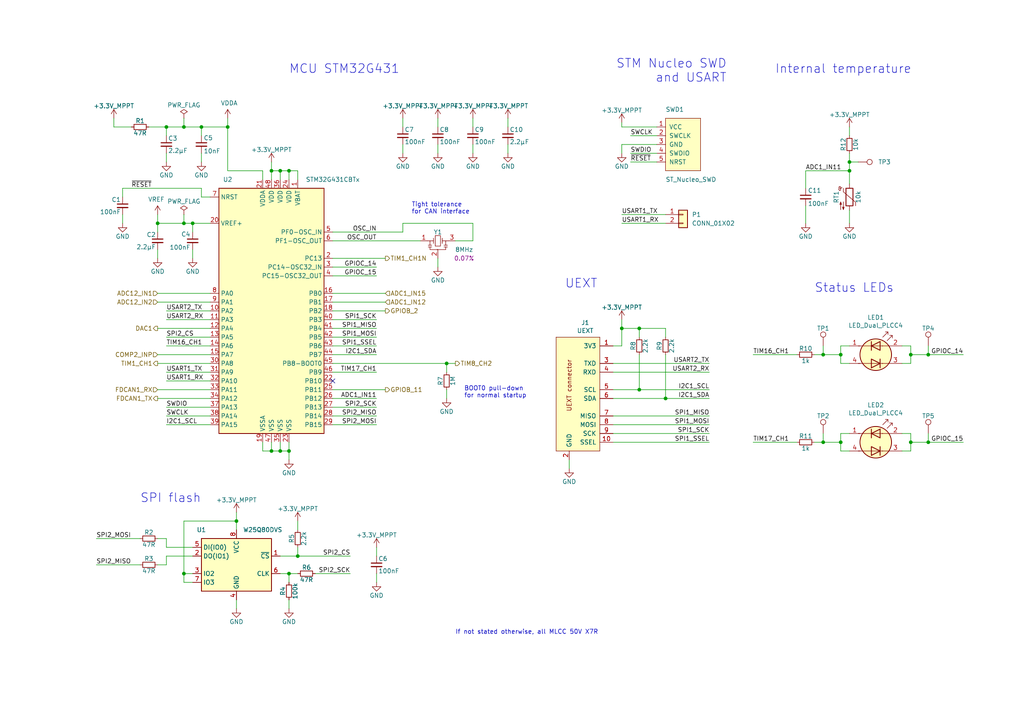
<source format=kicad_sch>
(kicad_sch (version 20250114) (generator "eeschema") (generator_version "9.0")
  (paper "A4")
  (lib_symbols
    (symbol "Connector:TestPoint" (pin_numbers (hide yes)) (pin_names (offset 0.762) (hide yes))
      (property "Reference" "TP" (at 0 6.858 0))
      (property "Value" "TestPoint" (at 0 5.08 0))
      (symbol "TestPoint_0_1"
        (circle (center 0 3.302) (radius 0.762))
      )
      (symbol "TestPoint_1_1"
        (pin passive line (at 0 0 90) (length 2.54) (name "1") (number "1"))
      )
    )
    (symbol "Connector_Generic:Conn_01x02" (pin_names (offset 1.016) (hide yes))
      (property "Reference" "J" (at 0 2.54 0))
      (property "Value" "Conn_01x02" (at 0 -5.08 0))
      (symbol "Conn_01x02_1_1"
        (rectangle (start -1.27 1.27) (end 1.27 -3.81) (stroke (width 0.254)) (fill (type background)))
        (rectangle (start -1.27 0.127) (end 0 -0.127) (stroke (width 0.1524)))
        (rectangle (start -1.27 -2.413) (end 0 -2.667) (stroke (width 0.1524)))
        (pin passive line (at -5.08 0 0) (length 3.81) (name "Pin_1") (number "1"))
        (pin passive line (at -5.08 -2.54 0) (length 3.81) (name "Pin_2") (number "2"))
      )
    )
    (symbol "Device:Thermistor_NTC" (pin_numbers (hide yes)) (pin_names (offset 0))
      (property "Reference" "TH" (at -4.445 0 90))
      (property "Value" "Thermistor_NTC" (at 3.175 0 90))
      (symbol "Thermistor_NTC_0_1"
        (arc (start -3.175 2.413) (mid -3.0506 2.3165) (end -3.048 2.159))
        (arc (start -3.048 2.794) (mid -2.9736 2.9736) (end -2.794 3.048))
        (arc (start -2.794 3.048) (mid -2.6144 2.9736) (end -2.54 2.794))
        (arc (start -2.794 2.54) (mid -2.9736 2.6144) (end -3.048 2.794))
        (arc (start -2.794 1.905) (mid -2.9736 1.9794) (end -3.048 2.159))
        (arc (start -2.54 2.159) (mid -2.6144 1.9794) (end -2.794 1.905))
        (arc (start -2.159 2.794) (mid -2.434 2.5608) (end -2.794 2.54))
        (polyline (pts (xy -2.54 2.159) (xy -2.54 2.794)))
        (polyline (pts (xy -2.54 -3.683) (xy -2.54 -1.397) (xy -2.794 -2.159) (xy -2.286 -2.159) (xy -2.54 -1.397) (xy -2.54 -1.651)) (fill (type outline)))
        (polyline (pts (xy -1.778 2.54) (xy -1.778 1.524) (xy 1.778 -1.524) (xy 1.778 -2.54)))
        (polyline (pts (xy -1.778 -1.397) (xy -1.778 -3.683) (xy -2.032 -2.921) (xy -1.524 -2.921) (xy -1.778 -3.683) (xy -1.778 -3.429)) (fill (type outline)))
        (rectangle (start -1.016 2.54) (end 1.016 -2.54) (stroke (width 0.254)))
      )
      (symbol "Thermistor_NTC_1_1"
        (pin passive line (at 0 3.81 270) (length 1.27) (name "~") (number "1"))
        (pin passive line (at 0 -3.81 90) (length 1.27) (name "~") (number "2"))
      )
    )
    (symbol "LibreSolar:LED_Dual_CACA_BackToBack" (pin_names (offset 0) (hide yes))
      (property "Reference" "D" (at 0 5.715 0))
      (property "Value" "LED_Dual_CACA_BackToBack" (at 0 -6.35 0))
      (symbol "LED_Dual_CACA_BackToBack_0_1"
        (polyline (pts (xy -5.08 2.54) (xy 2.032 2.54)))
        (polyline (pts (xy -5.08 -2.54) (xy 2.032 -2.54)))
        (polyline (pts (xy -1.27 3.81) (xy -1.27 1.27)) (stroke (width 0.254)))
        (polyline (pts (xy -1.27 -3.81) (xy -1.27 -1.27) (xy 1.27 -2.54) (xy -1.27 -3.81)) (stroke (width 0.254)))
        (circle (center 0 0) (radius 4.572) (stroke (width 0.254)) (fill (type background)))
        (polyline (pts (xy 1.27 3.81) (xy 1.27 1.27) (xy -1.27 2.54) (xy 1.27 3.81)) (stroke (width 0.254)))
        (polyline (pts (xy 1.27 -1.27) (xy 1.27 -3.81)) (stroke (width 0.254)))
        (polyline (pts (xy 2.032 5.08) (xy 3.556 6.604) (xy 2.794 6.604) (xy 3.556 6.604) (xy 3.556 5.842)))
        (polyline (pts (xy 3.302 4.064) (xy 4.826 5.588) (xy 4.064 5.588) (xy 4.826 5.588) (xy 4.826 4.826)))
        (polyline (pts (xy 3.81 2.54) (xy 1.905 2.54)))
        (polyline (pts (xy 3.81 -2.54) (xy 1.905 -2.54)))
      )
      (symbol "LED_Dual_CACA_BackToBack_1_1"
        (pin input line (at -7.62 2.54 0) (length 3.048) (name "A1") (number "1"))
        (pin input line (at -7.62 -2.54 0) (length 3.048) (name "K2") (number "4"))
        (pin input line (at 7.62 2.54 180) (length 3.81) (name "K1") (number "2"))
        (pin input line (at 7.62 -2.54 180) (length 3.81) (name "A2") (number "3"))
      )
    )
    (symbol "LibreSolar:STM32G431CBTx"
      (property "Reference" "U" (at -15.24 36.83 0))
      (property "Value" "STM32G431CBTx" (at 10.16 38.1 0))
      (symbol "STM32G431CBTx_0_1"
        (rectangle (start -15.24 -35.56) (end 15.24 35.56) (stroke (width 0.254)) (fill (type background)))
      )
      (symbol "STM32G431CBTx_1_1"
        (pin input line (at -17.78 22.86 0) (length 2.54) (name "PF0-OSC_IN") (number "5"))
        (pin input line (at -17.78 20.32 0) (length 2.54) (name "PF1-OSC_OUT") (number "6"))
        (pin bidirectional line (at -17.78 15.24 0) (length 2.54) (name "PC13") (number "2"))
        (pin bidirectional line (at -17.78 12.7 0) (length 2.54) (name "PC14-OSC32_IN") (number "3"))
        (pin bidirectional line (at -17.78 10.16 0) (length 2.54) (name "PC15-OSC32_OUT") (number "4"))
        (pin bidirectional line (at -17.78 5.08 0) (length 2.54) (name "PB0") (number "16"))
        (pin bidirectional line (at -17.78 2.54 0) (length 2.54) (name "PB1") (number "17"))
        (pin bidirectional line (at -17.78 0 0) (length 2.54) (name "PB2") (number "18"))
        (pin bidirectional line (at -17.78 -2.54 0) (length 2.54) (name "PB3") (number "40"))
        (pin bidirectional line (at -17.78 -5.08 0) (length 2.54) (name "PB4") (number "41"))
        (pin bidirectional line (at -17.78 -7.62 0) (length 2.54) (name "PB5") (number "42"))
        (pin bidirectional line (at -17.78 -10.16 0) (length 2.54) (name "PB6") (number "43"))
        (pin bidirectional line (at -17.78 -12.7 0) (length 2.54) (name "PB7") (number "44"))
        (pin input line (at -17.78 -15.24 0) (length 2.54) (name "PB8-BOOT0") (number "45"))
        (pin bidirectional line (at -17.78 -17.78 0) (length 2.54) (name "PB9") (number "46"))
        (pin bidirectional line (at -17.78 -20.32 0) (length 2.54) (name "PB10") (number "22"))
        (pin bidirectional line (at -17.78 -22.86 0) (length 2.54) (name "PB11") (number "25"))
        (pin bidirectional line (at -17.78 -25.4 0) (length 2.54) (name "PB12") (number "26"))
        (pin bidirectional line (at -17.78 -27.94 0) (length 2.54) (name "PB13") (number "27"))
        (pin bidirectional line (at -17.78 -30.48 0) (length 2.54) (name "PB14") (number "28"))
        (pin bidirectional line (at -17.78 -33.02 0) (length 2.54) (name "PB15") (number "29"))
        (pin power_in line (at -7.62 38.1 270) (length 2.54) (name "VBAT") (number "1"))
        (pin power_in line (at -5.08 38.1 270) (length 2.54) (name "VDD") (number "24"))
        (pin power_in line (at -5.08 -38.1 90) (length 2.54) (name "VSS") (number "23"))
        (pin power_in line (at -2.54 38.1 270) (length 2.54) (name "VDD") (number "36"))
        (pin power_in line (at -2.54 -38.1 90) (length 2.54) (name "VSS") (number "35"))
        (pin power_in line (at 0 38.1 270) (length 2.54) (name "VDD") (number "48"))
        (pin power_in line (at 0 -38.1 90) (length 2.54) (name "VSS") (number "47"))
        (pin power_in line (at 2.54 38.1 270) (length 2.54) (name "VDDA") (number "21"))
        (pin power_in line (at 2.54 -38.1 90) (length 2.54) (name "VSSA") (number "19"))
        (pin input line (at 17.78 33.02 180) (length 2.54) (name "NRST") (number "7"))
        (pin power_in line (at 17.78 25.4 180) (length 2.54) (name "VREF+") (number "20"))
        (pin bidirectional line (at 17.78 5.08 180) (length 2.54) (name "PA0") (number "8"))
        (pin bidirectional line (at 17.78 2.54 180) (length 2.54) (name "PA1") (number "9"))
        (pin bidirectional line (at 17.78 0 180) (length 2.54) (name "PA2") (number "10"))
        (pin bidirectional line (at 17.78 -2.54 180) (length 2.54) (name "PA3") (number "11"))
        (pin bidirectional line (at 17.78 -5.08 180) (length 2.54) (name "PA4") (number "12"))
        (pin bidirectional line (at 17.78 -7.62 180) (length 2.54) (name "PA5") (number "13"))
        (pin bidirectional line (at 17.78 -10.16 180) (length 2.54) (name "PA6") (number "14"))
        (pin bidirectional line (at 17.78 -12.7 180) (length 2.54) (name "PA7") (number "15"))
        (pin bidirectional line (at 17.78 -15.24 180) (length 2.54) (name "PA8") (number "30"))
        (pin bidirectional line (at 17.78 -17.78 180) (length 2.54) (name "PA9") (number "31"))
        (pin bidirectional line (at 17.78 -20.32 180) (length 2.54) (name "PA10") (number "32"))
        (pin bidirectional line (at 17.78 -22.86 180) (length 2.54) (name "PA11") (number "33"))
        (pin bidirectional line (at 17.78 -25.4 180) (length 2.54) (name "PA12") (number "34"))
        (pin bidirectional line (at 17.78 -27.94 180) (length 2.54) (name "PA13") (number "37"))
        (pin bidirectional line (at 17.78 -30.48 180) (length 2.54) (name "PA14") (number "38"))
        (pin bidirectional line (at 17.78 -33.02 180) (length 2.54) (name "PA15") (number "39"))
      )
    )
    (symbol "LibreSolar:ST_Nucleo_SWD_5p" (pin_names (offset 1.016))
      (property "Reference" "J" (at 0 8.89 0))
      (property "Value" "ST_Nucleo_SWD_5p" (at 0 -8.89 0))
      (symbol "ST_Nucleo_SWD_5p_0_1"
        (rectangle (start -5.08 7.62) (end 5.08 -7.62) (fill (type background)))
      )
      (symbol "ST_Nucleo_SWD_5p_1_1"
        (pin passive line (at -7.62 5.08 0) (length 2.54) (name "VCC") (number "1"))
        (pin passive line (at -7.62 2.54 0) (length 2.54) (name "SWCLK") (number "2"))
        (pin passive line (at -7.62 0 0) (length 2.54) (name "GND") (number "3"))
        (pin passive line (at -7.62 -2.54 0) (length 2.54) (name "SWDIO") (number "4"))
        (pin passive line (at -7.62 -5.08 0) (length 2.54) (name "NRST") (number "5"))
      )
    )
    (symbol "LibreSolar:VREF" (power) (pin_names (offset 0))
      (property "Value" "VREF" (at 0 3.81 0))
      (symbol "VREF_0_1"
        (polyline (pts (xy -0.762 1.27) (xy 0 2.54)))
        (polyline (pts (xy 0 2.54) (xy 0.762 1.27)))
        (polyline (pts (xy 0 0) (xy 0 2.54)))
      )
      (symbol "VREF_1_1"
        (pin power_in line (at 0 0 90) (length 0) (hide yes) (name "VREF") (number "1"))
      )
    )
    (symbol "Project:C" (pin_numbers (hide yes)) (pin_names (offset 0.254) (hide yes))
      (property "Reference" "C" (at 0.635 1.905 0))
      (property "Value" "C" (at 0.635 -1.905 0))
      (symbol "C_0_1"
        (polyline (pts (xy -1.524 0.508) (xy 0 0.508) (xy 1.524 0.508)) (stroke (width 0.3048)))
        (polyline (pts (xy -1.524 -0.508) (xy 1.524 -0.508)) (stroke (width 0.3302)))
      )
      (symbol "C_1_1"
        (pin passive line (at 0 2.54 270) (length 1.905) (name "~") (number "1"))
        (pin passive line (at 0 -2.54 90) (length 2.032) (name "~") (number "2"))
      )
    )
    (symbol "Project:R" (pin_numbers (hide yes)) (pin_names (offset 0.254) (hide yes))
      (property "Reference" "R" (at -1.905 0 90))
      (property "Value" "R" (at 1.905 0 90))
      (symbol "R_0_1"
        (rectangle (start -0.762 1.778) (end 0.762 -1.778) (stroke (width 0.2032)))
      )
      (symbol "R_1_1"
        (pin passive line (at 0 2.54 270) (length 0.762) (name "~") (number "1"))
        (pin passive line (at 0 -2.54 90) (length 0.762) (name "~") (number "2"))
      )
    )
    (symbol "Project:Resonator" (pin_names (offset 1.016) (hide yes))
      (property "Reference" "Y" (at 0 2.54 0))
      (property "Value" "Resonator" (at 1.016 -4.572 0))
      (symbol "Resonator_0_1"
        (polyline (pts (xy -3.048 0) (xy -1.27 0)))
        (polyline (pts (xy -2.794 -1.778) (xy -1.778 -1.778)))
        (polyline (pts (xy -2.286 0) (xy -2.286 -1.27)))
        (polyline (pts (xy -2.286 -1.778) (xy -2.286 -2.54) (xy 0 -2.54)))
        (polyline (pts (xy -1.27 -0.762) (xy -1.27 0.762)))
        (rectangle (start -0.762 -1.524) (end 0.762 1.524))
        (polyline (pts (xy 1.27 0) (xy 3.048 0)))
        (polyline (pts (xy 1.27 -0.762) (xy 1.27 0.762)))
        (polyline (pts (xy 1.778 -1.27) (xy 2.794 -1.27)))
        (polyline (pts (xy 1.778 -1.778) (xy 2.794 -1.778)))
        (polyline (pts (xy 2.286 0) (xy 2.286 -1.27)))
        (polyline (pts (xy 2.286 -1.778) (xy 2.286 -2.54) (xy -0.254 -2.54)))
      )
      (symbol "Resonator_1_1"
        (polyline (pts (xy -2.794 -1.27) (xy -1.778 -1.27)))
        (pin passive line (at -5.08 0 0) (length 2.032) (name "1") (number "1"))
        (pin input line (at 0 -5.08 90) (length 2.54) (name "2") (number "2"))
        (pin passive line (at 5.08 0 180) (length 2.032) (name "3") (number "3"))
      )
    )
    (symbol "Project:UEXT" (pin_names (offset 1.016))
      (property "Reference" "J" (at -6.35 19.05 0))
      (property "Value" "UEXT" (at 6.35 19.05 0))
      (symbol "UEXT_0_0"
        (text "UEXT connector" (at -2.54 3.81 900) (effects (font (size 1.27 1.27))))
        (pin passive line (at 10.16 7.62 180) (length 3.81) (name "RXD") (number "4"))
      )
      (symbol "UEXT_0_1"
        (rectangle (start -6.35 17.78) (end 6.35 -15.24) (fill (type background)))
      )
      (symbol "UEXT_1_1"
        (pin passive line (at -2.54 -17.78 90) (length 2.54) (name "GND") (number "2"))
        (pin passive line (at 10.16 15.24 180) (length 3.81) (name "3V3") (number "1"))
        (pin passive line (at 10.16 10.16 180) (length 3.81) (name "TXD") (number "3"))
        (pin passive line (at 10.16 2.54 180) (length 3.81) (name "SCL") (number "5"))
        (pin passive line (at 10.16 0 180) (length 3.81) (name "SDA") (number "6"))
        (pin passive line (at 10.16 -5.08 180) (length 3.81) (name "MISO") (number "7"))
        (pin passive line (at 10.16 -7.62 180) (length 3.81) (name "MOSI") (number "8"))
        (pin passive line (at 10.16 -10.16 180) (length 3.81) (name "SCK") (number "9"))
        (pin passive line (at 10.16 -12.7 180) (length 3.81) (name "SSEL") (number "10"))
      )
    )
    (symbol "mppt-2420-hc-rescue:+3.3V-power" (power) (pin_names (offset 0))
      (property "Value" "power_+3.3V" (at 0 3.556 0))
      (symbol "+3.3V-power_0_1"
        (polyline (pts (xy -0.762 1.27) (xy 0 2.54)))
        (polyline (pts (xy 0 2.54) (xy 0.762 1.27)))
        (polyline (pts (xy 0 0) (xy 0 2.54)))
      )
      (symbol "+3.3V-power_1_1"
        (pin power_in line (at 0 0 90) (length 0) (hide yes) (name "+3V3") (number "1"))
      )
    )
    (symbol "mppt-2420-hc-rescue:GND-power" (power) (pin_names (offset 0))
      (property "Value" "power_GND" (at 0 -3.81 0))
      (symbol "GND-power_0_1"
        (polyline (pts (xy 0 0) (xy 0 -1.27) (xy 1.27 -1.27) (xy 0 -2.54) (xy -1.27 -1.27) (xy 0 -1.27)))
      )
      (symbol "GND-power_1_1"
        (pin power_in line (at 0 0 270) (length 0) (hide yes) (name "GND") (number "1"))
      )
    )
    (symbol "mppt-2420-hc-rescue:PWR_FLAG-power" (power) (pin_numbers (hide yes)) (pin_names (offset 0) (hide yes))
      (property "Value" "power_PWR_FLAG" (at 0 3.81 0))
      (symbol "PWR_FLAG-power_0_0"
        (pin power_out line (at 0 0 90) (length 0) (name "pwr") (number "1"))
      )
      (symbol "PWR_FLAG-power_0_1"
        (polyline (pts (xy 0 0) (xy 0 1.27) (xy -1.016 1.905) (xy 0 2.54) (xy 1.016 1.905) (xy 0 1.27)))
      )
    )
    (symbol "mppt-2420-hc-rescue:VDDA-power" (power) (pin_names (offset 0))
      (property "Value" "power_VDDA" (at 0 3.81 0))
      (symbol "VDDA-power_0_1"
        (polyline (pts (xy -0.762 1.27) (xy 0 2.54)))
        (polyline (pts (xy 0 2.54) (xy 0.762 1.27)))
        (polyline (pts (xy 0 0) (xy 0 2.54)))
      )
      (symbol "VDDA-power_1_1"
        (pin power_in line (at 0 0 90) (length 0) (hide yes) (name "VDDA") (number "1"))
      )
    )
    (symbol "mppt-2420-hc-rescue:W25Q128JVS-Memory_Flash"
      (property "Reference" "U" (at -8.89 8.89 0))
      (property "Value" "Memory_Flash_W25Q128JVS" (at 7.62 8.89 0))
      (symbol "W25Q128JVS-Memory_Flash_0_1"
        (rectangle (start -10.16 7.62) (end 10.16 -7.62) (stroke (width 0.254)) (fill (type background)))
      )
      (symbol "W25Q128JVS-Memory_Flash_1_1"
        (pin input line (at -12.7 2.54 0) (length 2.54) (name "~{CS}") (number "1"))
        (pin input line (at -12.7 -2.54 0) (length 2.54) (name "CLK") (number "6"))
        (pin power_in line (at 0 10.16 270) (length 2.54) (name "VCC") (number "8"))
        (pin power_in line (at 0 -10.16 90) (length 2.54) (name "GND") (number "4"))
        (pin bidirectional line (at 12.7 5.08 180) (length 2.54) (name "DI(IO0)") (number "5"))
        (pin bidirectional line (at 12.7 2.54 180) (length 2.54) (name "DO(IO1)") (number "2"))
        (pin bidirectional line (at 12.7 -2.54 180) (length 2.54) (name "IO2") (number "3"))
        (pin bidirectional line (at 12.7 -5.08 180) (length 2.54) (name "IO3") (number "7"))
      )
    )
  )
  (text "MCU STM32G431" (at 83.82 21.59 0) (effects (font (size 2.54 2.54)) (justify left bottom)))
  (text "SPI flash" (at 40.64 146.05 0) (effects (font (size 2.54 2.54)) (justify left bottom)))
  (text "If not stated otherwise, all MLCC 50V X7R" (at 132.08 184.15 0) (effects (font (size 1.27 1.27)) (justify left bottom)))
  (text "Status LEDs" (at 236.22 85.09 0) (effects (font (size 2.54 2.54)) (justify left bottom)))
  (text "Internal temperature" (at 224.79 21.59 0) (effects (font (size 2.54 2.54)) (justify left bottom)))
  (text "Tight tolerance\nfor CAN interface" (at 119.38 62.23 0) (effects (font (size 1.27 1.27)) (justify left bottom)))
  (text "BOOT0 pull-down\nfor normal startup" (at 134.62 115.57 0) (effects (font (size 1.27 1.27)) (justify left bottom)))
  (text "UEXT" (at 163.83 83.82 0) (effects (font (size 2.54 2.54)) (justify left bottom)))
  (text "STM Nucleo SWD\nand USART" (at 210.82 24.13 0) (effects (font (size 2.54 2.54)) (justify right bottom)))
  (junction (at 246.38 49.53))
  (junction (at 86.36 161.29))
  (junction (at 45.72 64.77))
  (junction (at 83.82 166.37))
  (junction (at 180.34 95.25))
  (junction (at 269.24 102.87))
  (junction (at 48.26 36.83))
  (junction (at 58.42 36.83))
  (junction (at 78.74 130.81))
  (junction (at 53.34 64.77))
  (junction (at 246.38 46.99))
  (junction (at 185.42 113.03))
  (junction (at 53.34 166.37))
  (junction (at 243.84 102.87))
  (junction (at 129.54 105.41))
  (junction (at 185.42 95.25))
  (junction (at 78.74 49.53))
  (junction (at 66.04 36.83))
  (junction (at 81.28 130.81))
  (junction (at 264.16 102.87))
  (junction (at 238.76 102.87))
  (junction (at 269.24 128.27))
  (junction (at 55.88 64.77))
  (junction (at 238.76 128.27))
  (junction (at 68.58 151.13))
  (junction (at 264.16 128.27))
  (junction (at 53.34 36.83))
  (junction (at 81.28 49.53))
  (junction (at 193.04 115.57))
  (junction (at 83.82 130.81))
  (junction (at 243.84 128.27))
  (junction (at 83.82 49.53))
  (no_connect (at 96.52 110.49))
  (wire (pts (xy 116.84 64.77) (xy 137.16 64.77)))
  (wire (pts (xy 177.8 125.73) (xy 205.74 125.73)))
  (wire (pts (xy 109.22 158.75) (xy 109.22 161.29)))
  (wire (pts (xy 81.28 49.53) (xy 81.28 52.07)))
  (wire (pts (xy 48.26 44.45) (xy 48.26 46.99)))
  (wire (pts (xy 180.34 95.25) (xy 180.34 92.71)))
  (wire (pts (xy 38.1 36.83) (xy 33.02 36.83)))
  (wire (pts (xy 185.42 102.87) (xy 185.42 113.03)))
  (wire (pts (xy 129.54 105.41) (xy 96.52 105.41)))
  (wire (pts (xy 48.26 39.37) (xy 48.26 36.83)))
  (wire (pts (xy 81.28 130.81) (xy 81.28 128.27)))
  (wire (pts (xy 58.42 36.83) (xy 66.04 36.83)))
  (wire (pts (xy 238.76 128.27) (xy 238.76 125.73)))
  (wire (pts (xy 238.76 128.27) (xy 243.84 128.27)))
  (wire (pts (xy 147.32 36.83) (xy 147.32 34.29)))
  (wire (pts (xy 35.56 62.23) (xy 35.56 64.77)))
  (wire (pts (xy 193.04 115.57) (xy 205.74 115.57)))
  (wire (pts (xy 177.8 105.41) (xy 205.74 105.41)))
  (wire (pts (xy 86.36 153.67) (xy 86.36 151.13)))
  (wire (pts (xy 177.8 120.65) (xy 205.74 120.65)))
  (wire (pts (xy 48.26 110.49) (xy 60.96 110.49)))
  (wire (pts (xy 48.26 107.95) (xy 60.96 107.95)))
  (wire (pts (xy 96.52 123.19) (xy 109.22 123.19)))
  (wire (pts (xy 83.82 130.81) (xy 83.82 128.27)))
  (wire (pts (xy 246.38 60.96) (xy 246.38 64.77)))
  (wire (pts (xy 81.28 166.37) (xy 83.82 166.37)))
  (wire (pts (xy 60.96 123.19) (xy 48.26 123.19)))
  (wire (pts (xy 48.26 158.75) (xy 55.88 158.75)))
  (wire (pts (xy 96.52 69.85) (xy 121.92 69.85)))
  (wire (pts (xy 132.08 105.41) (xy 129.54 105.41)))
  (wire (pts (xy 53.34 166.37) (xy 53.34 168.91)))
  (wire (pts (xy 246.38 44.45) (xy 246.38 46.99)))
  (wire (pts (xy 53.34 34.29) (xy 53.34 36.83)))
  (wire (pts (xy 233.68 54.61) (xy 233.68 49.53)))
  (wire (pts (xy 60.96 85.09) (xy 45.72 85.09)))
  (wire (pts (xy 264.16 102.87) (xy 264.16 105.41)))
  (wire (pts (xy 111.76 90.17) (xy 96.52 90.17)))
  (wire (pts (xy 243.84 130.81) (xy 246.38 130.81)))
  (wire (pts (xy 129.54 105.41) (xy 129.54 107.95)))
  (wire (pts (xy 190.5 44.45) (xy 182.88 44.45)))
  (wire (pts (xy 58.42 54.61) (xy 58.42 57.15)))
  (wire (pts (xy 35.56 54.61) (xy 58.42 54.61)))
  (wire (pts (xy 53.34 64.77) (xy 45.72 64.77)))
  (wire (pts (xy 243.84 102.87) (xy 243.84 100.33)))
  (wire (pts (xy 264.16 128.27) (xy 264.16 125.73)))
  (wire (pts (xy 60.96 97.79) (xy 48.26 97.79)))
  (wire (pts (xy 233.68 59.69) (xy 233.68 64.77)))
  (wire (pts (xy 185.42 95.25) (xy 193.04 95.25)))
  (wire (pts (xy 137.16 41.91) (xy 137.16 44.45)))
  (wire (pts (xy 55.88 64.77) (xy 53.34 64.77)))
  (wire (pts (xy 53.34 62.23) (xy 53.34 64.77)))
  (wire (pts (xy 177.8 107.95) (xy 205.74 107.95)))
  (wire (pts (xy 116.84 44.45) (xy 116.84 41.91)))
  (wire (pts (xy 137.16 69.85) (xy 132.08 69.85)))
  (wire (pts (xy 76.2 52.07) (xy 76.2 49.53)))
  (wire (pts (xy 96.52 80.01) (xy 109.22 80.01)))
  (wire (pts (xy 231.14 128.27) (xy 218.44 128.27)))
  (wire (pts (xy 111.76 74.93) (xy 96.52 74.93)))
  (wire (pts (xy 190.5 46.99) (xy 182.88 46.99)))
  (wire (pts (xy 205.74 123.19) (xy 177.8 123.19)))
  (wire (pts (xy 68.58 148.59) (xy 68.58 151.13)))
  (wire (pts (xy 116.84 34.29) (xy 116.84 36.83)))
  (wire (pts (xy 261.62 125.73) (xy 264.16 125.73)))
  (wire (pts (xy 55.88 161.29) (xy 48.26 161.29)))
  (wire (pts (xy 45.72 62.23) (xy 45.72 64.77)))
  (wire (pts (xy 127 44.45) (xy 127 41.91)))
  (wire (pts (xy 109.22 97.79) (xy 96.52 97.79)))
  (wire (pts (xy 60.96 90.17) (xy 48.26 90.17)))
  (wire (pts (xy 246.38 49.53) (xy 246.38 53.34)))
  (wire (pts (xy 78.74 130.81) (xy 76.2 130.81)))
  (wire (pts (xy 137.16 34.29) (xy 137.16 36.83)))
  (wire (pts (xy 48.26 36.83) (xy 53.34 36.83)))
  (wire (pts (xy 83.82 173.99) (xy 83.82 176.53)))
  (wire (pts (xy 185.42 113.03) (xy 205.74 113.03)))
  (wire (pts (xy 76.2 130.81) (xy 76.2 128.27)))
  (wire (pts (xy 78.74 46.99) (xy 78.74 49.53)))
  (wire (pts (xy 45.72 102.87) (xy 60.96 102.87)))
  (wire (pts (xy 180.34 36.83) (xy 190.5 36.83)))
  (wire (pts (xy 60.96 105.41) (xy 45.72 105.41)))
  (wire (pts (xy 111.76 113.03) (xy 96.52 113.03)))
  (wire (pts (xy 45.72 113.03) (xy 60.96 113.03)))
  (wire (pts (xy 243.84 105.41) (xy 243.84 102.87)))
  (wire (pts (xy 96.52 95.25) (xy 109.22 95.25)))
  (wire (pts (xy 45.72 95.25) (xy 60.96 95.25)))
  (wire (pts (xy 45.72 67.31) (xy 45.72 64.77)))
  (wire (pts (xy 180.34 64.77) (xy 193.04 64.77)))
  (wire (pts (xy 180.34 41.91) (xy 180.34 44.45)))
  (wire (pts (xy 180.34 62.23) (xy 193.04 62.23)))
  (wire (pts (xy 180.34 35.56) (xy 180.34 36.83)))
  (wire (pts (xy 83.82 166.37) (xy 86.36 166.37)))
  (wire (pts (xy 246.38 105.41) (xy 243.84 105.41)))
  (wire (pts (xy 264.16 102.87) (xy 269.24 102.87)))
  (wire (pts (xy 53.34 166.37) (xy 53.34 151.13)))
  (wire (pts (xy 83.82 49.53) (xy 86.36 49.53)))
  (wire (pts (xy 81.28 161.29) (xy 86.36 161.29)))
  (wire (pts (xy 147.32 41.91) (xy 147.32 44.45)))
  (wire (pts (xy 269.24 128.27) (xy 269.24 125.73)))
  (wire (pts (xy 55.88 64.77) (xy 55.88 67.31)))
  (wire (pts (xy 248.92 46.99) (xy 246.38 46.99)))
  (wire (pts (xy 55.88 166.37) (xy 53.34 166.37)))
  (wire (pts (xy 60.96 100.33) (xy 48.26 100.33)))
  (wire (pts (xy 127 74.93) (xy 127 77.47)))
  (wire (pts (xy 68.58 151.13) (xy 68.58 153.67)))
  (wire (pts (xy 35.56 54.61) (xy 35.56 57.15)))
  (wire (pts (xy 269.24 128.27) (xy 264.16 128.27)))
  (wire (pts (xy 137.16 64.77) (xy 137.16 69.85)))
  (wire (pts (xy 96.52 120.65) (xy 109.22 120.65)))
  (wire (pts (xy 53.34 151.13) (xy 68.58 151.13)))
  (wire (pts (xy 83.82 130.81) (xy 81.28 130.81)))
  (wire (pts (xy 55.88 72.39) (xy 55.88 74.93)))
  (wire (pts (xy 45.72 72.39) (xy 45.72 74.93)))
  (wire (pts (xy 96.52 67.31) (xy 116.84 67.31)))
  (wire (pts (xy 60.96 92.71) (xy 48.26 92.71)))
  (wire (pts (xy 177.8 100.33) (xy 180.34 100.33)))
  (wire (pts (xy 193.04 102.87) (xy 193.04 115.57)))
  (wire (pts (xy 60.96 87.63) (xy 45.72 87.63)))
  (wire (pts (xy 60.96 120.65) (xy 48.26 120.65)))
  (wire (pts (xy 53.34 36.83) (xy 58.42 36.83)))
  (wire (pts (xy 48.26 161.29) (xy 48.26 163.83)))
  (wire (pts (xy 68.58 173.99) (xy 68.58 176.53)))
  (wire (pts (xy 180.34 100.33) (xy 180.34 95.25)))
  (wire (pts (xy 86.36 161.29) (xy 86.36 158.75)))
  (wire (pts (xy 48.26 156.21) (xy 48.26 158.75)))
  (wire (pts (xy 127 34.29) (xy 127 36.83)))
  (wire (pts (xy 269.24 100.33) (xy 269.24 102.87)))
  (wire (pts (xy 264.16 130.81) (xy 264.16 128.27)))
  (wire (pts (xy 96.52 100.33) (xy 109.22 100.33)))
  (wire (pts (xy 96.52 85.09) (xy 111.76 85.09)))
  (wire (pts (xy 66.04 36.83) (xy 66.04 49.53)))
  (wire (pts (xy 238.76 102.87) (xy 236.22 102.87)))
  (wire (pts (xy 53.34 168.91) (xy 55.88 168.91)))
  (wire (pts (xy 165.1 133.35) (xy 165.1 135.89)))
  (wire (pts (xy 48.26 36.83) (xy 43.18 36.83)))
  (wire (pts (xy 177.8 128.27) (xy 205.74 128.27)))
  (wire (pts (xy 243.84 128.27) (xy 243.84 130.81)))
  (wire (pts (xy 261.62 130.81) (xy 264.16 130.81)))
  (wire (pts (xy 91.44 166.37) (xy 101.6 166.37)))
  (wire (pts (xy 129.54 113.03) (xy 129.54 115.57)))
  (wire (pts (xy 58.42 57.15) (xy 60.96 57.15)))
  (wire (pts (xy 48.26 163.83) (xy 45.72 163.83)))
  (wire (pts (xy 86.36 52.07) (xy 86.36 49.53)))
  (wire (pts (xy 76.2 49.53) (xy 66.04 49.53)))
  (wire (pts (xy 236.22 128.27) (xy 238.76 128.27)))
  (wire (pts (xy 78.74 49.53) (xy 81.28 49.53)))
  (wire (pts (xy 264.16 100.33) (xy 264.16 102.87)))
  (wire (pts (xy 116.84 67.31) (xy 116.84 64.77)))
  (wire (pts (xy 243.84 125.73) (xy 246.38 125.73)))
  (wire (pts (xy 243.84 100.33) (xy 246.38 100.33)))
  (wire (pts (xy 33.02 36.83) (xy 33.02 34.29)))
  (wire (pts (xy 48.26 118.11) (xy 60.96 118.11)))
  (wire (pts (xy 58.42 44.45) (xy 58.42 46.99)))
  (wire (pts (xy 243.84 125.73) (xy 243.84 128.27)))
  (wire (pts (xy 261.62 100.33) (xy 264.16 100.33)))
  (wire (pts (xy 81.28 130.81) (xy 78.74 130.81)))
  (wire (pts (xy 96.52 102.87) (xy 109.22 102.87)))
  (wire (pts (xy 27.94 156.21) (xy 40.64 156.21)))
  (wire (pts (xy 190.5 41.91) (xy 180.34 41.91)))
  (wire (pts (xy 66.04 34.29) (xy 66.04 36.83)))
  (wire (pts (xy 190.5 39.37) (xy 182.88 39.37)))
  (wire (pts (xy 109.22 107.95) (xy 96.52 107.95)))
  (wire (pts (xy 185.42 97.79) (xy 185.42 95.25)))
  (wire (pts (xy 177.8 113.03) (xy 185.42 113.03)))
  (wire (pts (xy 60.96 115.57) (xy 45.72 115.57)))
  (wire (pts (xy 40.64 163.83) (xy 27.94 163.83)))
  (wire (pts (xy 83.82 49.53) (xy 83.82 52.07)))
  (wire (pts (xy 246.38 46.99) (xy 246.38 49.53)))
  (wire (pts (xy 279.4 128.27) (xy 269.24 128.27)))
  (wire (pts (xy 177.8 115.57) (xy 193.04 115.57)))
  (wire (pts (xy 96.52 118.11) (xy 109.22 118.11)))
  (wire (pts (xy 96.52 115.57) (xy 109.22 115.57)))
  (wire (pts (xy 58.42 36.83) (xy 58.42 39.37)))
  (wire (pts (xy 233.68 49.53) (xy 246.38 49.53)))
  (wire (pts (xy 111.76 87.63) (xy 96.52 87.63)))
  (wire (pts (xy 269.24 102.87) (xy 279.4 102.87)))
  (wire (pts (xy 238.76 100.33) (xy 238.76 102.87)))
  (wire (pts (xy 86.36 161.29) (xy 101.6 161.29)))
  (wire (pts (xy 83.82 133.35) (xy 83.82 130.81)))
  (wire (pts (xy 246.38 36.83) (xy 246.38 39.37)))
  (wire (pts (xy 109.22 168.91) (xy 109.22 166.37)))
  (wire (pts (xy 78.74 130.81) (xy 78.74 128.27)))
  (wire (pts (xy 45.72 156.21) (xy 48.26 156.21)))
  (wire (pts (xy 231.14 102.87) (xy 218.44 102.87)))
  (wire (pts (xy 193.04 97.79) (xy 193.04 95.25)))
  (wire (pts (xy 109.22 92.71) (xy 96.52 92.71)))
  (wire (pts (xy 264.16 105.41) (xy 261.62 105.41)))
  (wire (pts (xy 78.74 49.53) (xy 78.74 52.07)))
  (wire (pts (xy 185.42 95.25) (xy 180.34 95.25)))
  (wire (pts (xy 109.22 77.47) (xy 96.52 77.47)))
  (wire (pts (xy 238.76 102.87) (xy 243.84 102.87)))
  (wire (pts (xy 60.96 64.77) (xy 55.88 64.77)))
  (wire (pts (xy 81.28 49.53) (xy 83.82 49.53)))
  (wire (pts (xy 83.82 168.91) (xy 83.82 166.37)))
  (label "SPI1_MOSI" (at 109.22 97.79 180))
  (label "SPI2_MISO" (at 27.94 163.83 0))
  (label "ADC1_IN11" (at 109.22 115.57 180))
  (label "~{RESET}" (at 182.88 46.99 0))
  (label "TIM16_CH1" (at 48.26 100.33 0))
  (label "SPI2_MOSI" (at 109.22 123.19 180))
  (label "USART1_TX" (at 48.26 107.95 0))
  (label "SPI1_MISO" (at 109.22 95.25 180))
  (label "USART1_TX" (at 180.34 62.23 0))
  (label "USART2_RX" (at 48.26 92.71 0))
  (label "SPI2_SCK" (at 101.6 166.37 180))
  (label "I2C1_SCL" (at 48.26 123.19 0))
  (label "SWCLK" (at 48.26 120.65 0))
  (label "SPI2_CS" (at 48.26 97.79 0))
  (label "USART1_RX" (at 180.34 64.77 0))
  (label "TIM17_CH1" (at 218.44 128.27 0))
  (label "SPI1_MOSI" (at 205.74 123.19 180))
  (label "I2C1_SDA" (at 205.74 115.57 180))
  (label "USART1_RX" (at 48.26 110.49 0))
  (label "SPI1_SCK" (at 205.74 125.73 180))
  (label "SPI2_SCK" (at 109.22 118.11 180))
  (label "SPI2_MISO" (at 109.22 120.65 180))
  (label "ADC1_IN11" (at 233.68 49.53 0))
  (label "SPI1_SCK" (at 109.22 92.71 180))
  (label "USART2_RX" (at 205.74 107.95 180))
  (label "OSC_OUT" (at 109.22 69.85 180))
  (label "I2C1_SDA" (at 109.22 102.87 180))
  (label "I2C1_SCL" (at 205.74 113.03 180))
  (label "~{RESET}" (at 38.1 54.61 0))
  (label "TIM16_CH1" (at 218.44 102.87 0))
  (label "USART2_TX" (at 48.26 90.17 0))
  (label "SWDIO" (at 182.88 44.45 0))
  (label "SPI1_SSEL" (at 205.74 128.27 180))
  (label "OSC_IN" (at 109.22 67.31 180))
  (label "TIM17_CH1" (at 109.22 107.95 180))
  (label "SPI2_MOSI" (at 27.94 156.21 0))
  (label "GPIOC_14" (at 109.22 77.47 180))
  (label "SPI1_MISO" (at 205.74 120.65 180))
  (label "SWCLK" (at 182.88 39.37 0))
  (label "GPIOC_15" (at 109.22 80.01 180))
  (label "SWDIO" (at 48.26 118.11 0))
  (label "USART2_TX" (at 205.74 105.41 180))
  (label "SPI1_SSEL" (at 109.22 100.33 180))
  (label "GPIOC_14" (at 279.4 102.87 180))
  (label "SPI2_CS" (at 101.6 161.29 180))
  (label "GPIOC_15" (at 279.4 128.27 180))
  (hierarchical_label "GPIOB_2" (shape output) (at 111.76 90.17 0))
  (hierarchical_label "ADC12_IN2" (shape input) (at 45.72 87.63 180))
  (hierarchical_label "ADC1_IN15" (shape input) (at 111.76 85.09 0))
  (hierarchical_label "FDCAN1_RX" (shape input) (at 45.72 113.03 180))
  (hierarchical_label "GPIOB_11" (shape output) (at 111.76 113.03 0))
  (hierarchical_label "TIM1_CH1" (shape output) (at 45.72 105.41 180))
  (hierarchical_label "ADC12_IN1" (shape input) (at 45.72 85.09 180))
  (hierarchical_label "TIM1_CH1N" (shape output) (at 111.76 74.93 0))
  (hierarchical_label "COMP2_INP" (shape input) (at 45.72 102.87 180))
  (hierarchical_label "FDCAN1_TX" (shape output) (at 45.72 115.57 180))
  (hierarchical_label "ADC1_IN12" (shape input) (at 111.76 87.63 0))
  (hierarchical_label "DAC1" (shape output) (at 45.72 95.25 180))
  (hierarchical_label "TIM8_CH2" (shape output) (at 132.08 105.41 0))
  (symbol (lib_id "mppt-2420-hc-rescue:+3.3V-power") (at 68.58 148.59 0) (unit 1)
    (property "Reference" "#PWR09" (effects (hide yes)))
    (property "Value" "+3.3V_MPPT" (at 68.58 145.034 0))
  )
  (symbol (lib_id "mppt-2420-hc-rescue:+3.3V-power") (at 86.36 151.13 0) (unit 1)
    (property "Reference" "#PWR014" (effects (hide yes)))
    (property "Value" "+3.3V_MPPT" (at 86.36 147.574 0))
  )
  (symbol (lib_id "Project:R") (at 43.18 163.83 90) (mirror x) (unit 1)
    (property "Reference" "R3" (at 43.18 162.052 90))
    (property "Value" "47R" (at 43.18 165.608 90))
    (property "Footprint" "LibreSolar:R_0603_1608" (effects (hide yes)))
    (property "Manufacturer" "any" (effects (hide yes)))
    (property "Remarks" "1%" (effects (hide yes)))
  )
  (symbol (lib_id "Project:C") (at 58.42 41.91 0) (unit 1)
    (property "Reference" "C5" (at 59.055 40.005 0) (effects (justify left)))
    (property "Value" "10nF" (at 59.055 43.815 0) (effects (justify left)))
    (property "Footprint" "LibreSolar:C_0603_1608" (effects (hide yes)))
    (property "Manufacturer" "any" (effects (hide yes)))
  )
  (symbol (lib_id "mppt-2420-hc-rescue:GND-power") (at 127 44.45 0) (unit 1)
    (property "Reference" "#PWR020" (effects (hide yes)))
    (property "Value" "GND" (at 127 48.26 0))
  )
  (symbol (lib_id "mppt-2420-hc-rescue:GND-power") (at 246.38 64.77 0) (unit 1)
    (property "Reference" "#PWR033" (effects (hide yes)))
    (property "Value" "GND" (at 246.38 68.58 0))
  )
  (symbol (lib_id "mppt-2420-hc-rescue:GND-power") (at 116.84 44.45 0) (unit 1)
    (property "Reference" "#PWR018" (effects (hide yes)))
    (property "Value" "GND" (at 116.84 48.26 0))
  )
  (symbol (lib_id "Project:R") (at 86.36 156.21 0) (mirror x) (unit 1)
    (property "Reference" "R5" (at 84.582 156.21 90))
    (property "Value" "2.2k" (at 88.138 156.21 90))
    (property "Footprint" "LibreSolar:R_0603_1608" (effects (hide yes)))
    (property "Manufacturer" "any" (effects (hide yes)))
    (property "Remarks" "1%" (effects (hide yes)))
  )
  (symbol (lib_id "Project:UEXT") (at 167.64 115.57 0) (unit 1)
    (property "Reference" "J1" (at 169.7482 93.599 0))
    (property "Value" "UEXT" (at 169.7482 95.9104 0))
    (property "Footprint" "LibreSolar:Box_Header_2x05x2.54mm_Straight" (effects (hide yes)))
    (property "Manufacturer" "any" (effects (hide yes)))
    (property "PartNumber" "Box header 2x5, 2.54mm pitch" (effects (hide yes)))
  )
  (symbol (lib_id "LibreSolar:VREF") (at 45.72 62.23 0) (mirror y) (unit 1)
    (property "Reference" "#PWR03" (effects (hide yes)))
    (property "Value" "VREF" (at 45.339 57.8358 0))
  )
  (symbol (lib_id "mppt-2420-hc-rescue:+3.3V-power") (at 180.34 35.56 0) (unit 1)
    (property "Reference" "#PWR028" (effects (hide yes)))
    (property "Value" "+3.3V_MPPT" (at 180.34 32.004 0))
  )
  (symbol (lib_id "mppt-2420-hc-rescue:GND-power") (at 83.82 133.35 0) (unit 1)
    (property "Reference" "#PWR012" (effects (hide yes)))
    (property "Value" "GND" (at 83.82 137.16 0))
  )
  (symbol (lib_id "mppt-2420-hc-rescue:GND-power") (at 165.1 135.89 0) (mirror y) (unit 1)
    (property "Reference" "#PWR027" (effects (hide yes)))
    (property "Value" "GND" (at 165.1 139.7 0))
  )
  (symbol (lib_id "LibreSolar:LED_Dual_CACA_BackToBack") (at 254 102.87 0) (unit 1)
    (property "Reference" "LED1" (at 254 92.075 0))
    (property "Value" "LED_Dual_PLCC4" (at 254 94.3864 0))
    (property "Footprint" "LED_SMD:LED_Avago_PLCC4_3.2x2.8mm_CW" (effects (hide yes)))
    (property "Datasheet" "https://www.mouser.de/datasheet/2/239/LTST-E682KRKGWT-1149990.pdf" (effects (hide yes)))
    (property "Manufacturer" "Lite-On" (effects (hide yes)))
    (property "PartNumber" "LTST-E682KRKGWT" (effects (hide yes)))
    (property "Remarks" "Alternative: Vishay VLMKG3400-GS08" (effects (hide yes)))
  )
  (symbol (lib_id "Project:R") (at 233.68 102.87 270) (unit 1)
    (property "Reference" "R10" (at 233.68 101.092 90))
    (property "Value" "1k" (at 233.68 104.648 90))
    (property "Footprint" "LibreSolar:R_0603_1608" (effects (hide yes)))
    (property "Manufacturer" "any" (effects (hide yes)))
    (property "Remarks" "1%" (effects (hide yes)))
  )
  (symbol (lib_id "mppt-2420-hc-rescue:GND-power") (at 48.26 46.99 0) (unit 1)
    (property "Reference" "#PWR05" (effects (hide yes)))
    (property "Value" "GND" (at 48.26 50.8 0))
  )
  (symbol (lib_id "Device:Thermistor_NTC") (at 246.38 57.15 0) (unit 1)
    (property "Reference" "RT1" (at 242.57 57.15 90))
    (property "Value" "10k" (at 248.92 57.15 90))
    (property "Footprint" "Resistor_SMD:R_0603_1608Metric" (effects (hide yes)))
    (property "Manufacturer" "TDK" (effects (hide yes)))
    (property "PartNumber" "NTCG163JF103FT1S" (effects (hide yes)))
  )
  (symbol (lib_id "mppt-2420-hc-rescue:GND-power") (at 109.22 168.91 0) (unit 1)
    (property "Reference" "#PWR016" (effects (hide yes)))
    (property "Value" "GND" (at 109.22 172.72 0))
  )
  (symbol (lib_id "Connector:TestPoint") (at 269.24 125.73 0) (unit 1)
    (property "Reference" "TP5" (at 269.24 120.65 0))
    (property "Value" "1.5mm" (effects (hide yes)))
    (property "Footprint" "TestPoint:TestPoint_Pad_D1.5mm" (effects (hide yes)))
    (property "Config" "+info" (effects (hide yes)))
  )
  (symbol (lib_id "mppt-2420-hc-rescue:GND-power") (at 83.82 176.53 0) (unit 1)
    (property "Reference" "#PWR013" (effects (hide yes)))
    (property "Value" "GND" (at 83.82 180.34 0))
  )
  (symbol (lib_id "mppt-2420-hc-rescue:+3.3V-power") (at 137.16 34.29 0) (unit 1)
    (property "Reference" "#PWR023" (effects (hide yes)))
    (property "Value" "+3.3V_MPPT" (at 137.16 30.734 0))
  )
  (symbol (lib_id "mppt-2420-hc-rescue:GND-power") (at 58.42 46.99 0) (unit 1)
    (property "Reference" "#PWR07" (effects (hide yes)))
    (property "Value" "GND" (at 58.42 50.8 0))
  )
  (symbol (lib_id "mppt-2420-hc-rescue:GND-power") (at 35.56 64.77 0) (mirror y) (unit 1)
    (property "Reference" "#PWR02" (effects (hide yes)))
    (property "Value" "GND" (at 35.56 68.58 0))
  )
  (symbol (lib_id "Project:R") (at 83.82 171.45 0) (mirror x) (unit 1)
    (property "Reference" "R4" (at 82.042 171.45 90))
    (property "Value" "100k" (at 85.598 171.45 90))
    (property "Footprint" "LibreSolar:R_0603_1608" (effects (hide yes)))
    (property "Manufacturer" "any" (effects (hide yes)))
    (property "Remarks" "1%" (effects (hide yes)))
  )
  (symbol (lib_id "Project:R") (at 43.18 156.21 90) (mirror x) (unit 1)
    (property "Reference" "R2" (at 43.18 154.432 90))
    (property "Value" "47R" (at 43.18 157.988 90))
    (property "Footprint" "LibreSolar:R_0603_1608" (effects (hide yes)))
    (property "Manufacturer" "any" (effects (hide yes)))
    (property "Remarks" "1%" (effects (hide yes)))
  )
  (symbol (lib_id "Project:R") (at 40.64 36.83 270) (unit 1)
    (property "Reference" "R1" (at 40.64 35.052 90))
    (property "Value" "47R" (at 40.64 38.608 90))
    (property "Footprint" "LibreSolar:R_0603_1608" (effects (hide yes)))
    (property "Manufacturer" "any" (effects (hide yes)))
    (property "Remarks" "1%" (effects (hide yes)))
  )
  (symbol (lib_id "mppt-2420-hc-rescue:GND-power") (at 180.34 44.45 0) (unit 1)
    (property "Reference" "#PWR029" (effects (hide yes)))
    (property "Value" "GND" (at 180.34 48.26 0))
  )
  (symbol (lib_id "Project:C") (at 233.68 57.15 0) (unit 1)
    (property "Reference" "C11" (at 234.315 55.245 0) (effects (justify left)))
    (property "Value" "100nF" (at 234.315 59.055 0) (effects (justify left)))
    (property "Footprint" "LibreSolar:C_0603_1608" (effects (hide yes)))
    (property "Manufacturer" "any" (effects (hide yes)))
  )
  (symbol (lib_id "Project:C") (at 127 39.37 0) (unit 1)
    (property "Reference" "C8" (at 127.508 37.592 0) (effects (justify left)))
    (property "Value" "100nF" (at 127.508 41.148 0) (effects (justify left)))
    (property "Footprint" "LibreSolar:C_0603_1608" (effects (hide yes)))
    (property "Manufacturer" "any" (effects (hide yes)))
  )
  (symbol (lib_id "mppt-2420-hc-rescue:GND-power") (at 137.16 44.45 0) (unit 1)
    (property "Reference" "#PWR024" (effects (hide yes)))
    (property "Value" "GND" (at 137.16 48.26 0))
  )
  (symbol (lib_id "mppt-2420-hc-rescue:GND-power") (at 68.58 176.53 0) (unit 1)
    (property "Reference" "#PWR010" (effects (hide yes)))
    (property "Value" "GND" (at 68.58 180.34 0))
  )
  (symbol (lib_id "LibreSolar:ST_Nucleo_SWD_5p") (at 198.12 41.91 0) (unit 1)
    (property "Reference" "SWD1" (at 193.04 31.75 0) (effects (justify left)))
    (property "Value" "ST_Nucleo_SWD" (at 193.04 52.07 0) (effects (justify left)))
    (property "Footprint" "Connector_PinHeader_2.54mm:PinHeader_1x05_P2.54mm_Vertical" (effects (hide yes)))
    (property "Manufacturer" "any" (effects (hide yes)))
    (property "PartNumber" "Pin header 1x5, 2.54mm pitch" (effects (hide yes)))
  )
  (symbol (lib_id "mppt-2420-hc-rescue:+3.3V-power") (at 78.74 46.99 0) (unit 1)
    (property "Reference" "#PWR011" (effects (hide yes)))
    (property "Value" "+3.3V_MPPT" (at 78.74 43.434 0))
  )
  (symbol (lib_id "Connector:TestPoint") (at 238.76 100.33 0) (unit 1)
    (property "Reference" "TP1" (at 238.76 95.25 0))
    (property "Value" "1.5mm" (effects (hide yes)))
    (property "Footprint" "TestPoint:TestPoint_Pad_D1.5mm" (effects (hide yes)))
    (property "Config" "+info" (effects (hide yes)))
  )
  (symbol (lib_id "Project:R") (at 129.54 110.49 0) (mirror x) (unit 1)
    (property "Reference" "R7" (at 127.762 110.49 90))
    (property "Value" "1M" (at 131.318 110.49 90))
    (property "Footprint" "LibreSolar:R_0603_1608" (effects (hide yes)))
    (property "Manufacturer" "any" (effects (hide yes)))
    (property "Remarks" "1%" (effects (hide yes)))
  )
  (symbol (lib_id "Project:R") (at 193.04 100.33 0) (mirror x) (unit 1)
    (property "Reference" "R9" (at 191.262 100.33 90))
    (property "Value" "2.2k" (at 194.818 100.33 90))
    (property "Footprint" "LibreSolar:R_0603_1608" (effects (hide yes)))
    (property "Manufacturer" "any" (effects (hide yes)))
    (property "Remarks" "1%" (effects (hide yes)))
  )
  (symbol (lib_id "mppt-2420-hc-rescue:PWR_FLAG-power") (at 53.34 34.29 0) (unit 1)
    (property "Reference" "#FLG01" (effects (hide yes)))
    (property "Value" "PWR_FLAG" (at 53.34 30.48 0))
  )
  (symbol (lib_id "mppt-2420-hc-rescue:W25Q128JVS-Memory_Flash") (at 68.58 163.83 0) (mirror y) (unit 1)
    (property "Reference" "U1" (at 58.42 153.67 0))
    (property "Value" "W25Q80DVS" (at 76.2 153.67 0))
    (property "Footprint" "Package_SO:SOIC-8_5.23x5.23mm_P1.27mm" (effects (hide yes)))
    (property "Datasheet" "https://www.mouser.de/datasheet/2/949/w25q80dv_dl_revh_10022015-1489677.pdf" (effects (hide yes)))
    (property "Manufacturer" "Winbond" (effects (hide yes)))
    (property "PartNumber" "W25Q80DVSNIG" (effects (hide yes)))
  )
  (symbol (lib_id "Project:R") (at 233.68 128.27 270) (unit 1)
    (property "Reference" "R11" (at 233.68 126.492 90))
    (property "Value" "1k" (at 233.68 130.048 90))
    (property "Footprint" "LibreSolar:R_0603_1608" (effects (hide yes)))
    (property "Manufacturer" "any" (effects (hide yes)))
    (property "Remarks" "1%" (effects (hide yes)))
  )
  (symbol (lib_id "mppt-2420-hc-rescue:GND-power") (at 233.68 64.77 0) (unit 1)
    (property "Reference" "#PWR031" (effects (hide yes)))
    (property "Value" "GND" (at 233.68 68.58 0))
  )
  (symbol (lib_id "Connector:TestPoint") (at 248.92 46.99 270) (unit 1)
    (property "Reference" "TP3" (at 256.54 46.99 90))
    (property "Value" "1.5mm" (effects (hide yes)))
    (property "Footprint" "TestPoint:TestPoint_Pad_D1.5mm" (effects (hide yes)))
    (property "Config" "+info" (effects (hide yes)))
  )
  (symbol (lib_id "mppt-2420-hc-rescue:PWR_FLAG-power") (at 53.34 62.23 0) (unit 1)
    (property "Reference" "#FLG02" (effects (hide yes)))
    (property "Value" "PWR_FLAG" (at 53.34 58.42 0))
  )
  (symbol (lib_id "Project:R") (at 88.9 166.37 90) (mirror x) (unit 1)
    (property "Reference" "R6" (at 88.9 164.592 90))
    (property "Value" "47R" (at 88.9 168.148 90))
    (property "Footprint" "LibreSolar:R_0603_1608" (effects (hide yes)))
    (property "Manufacturer" "any" (effects (hide yes)))
    (property "Remarks" "1%" (effects (hide yes)))
  )
  (symbol (lib_id "mppt-2420-hc-rescue:GND-power") (at 45.72 74.93 0) (mirror y) (unit 1)
    (property "Reference" "#PWR04" (effects (hide yes)))
    (property "Value" "GND" (at 45.72 78.74 0))
  )
  (symbol (lib_id "Project:C") (at 55.88 69.85 0) (mirror y) (unit 1)
    (property "Reference" "C4" (at 55.245 67.945 0) (effects (justify left)))
    (property "Value" "100nF" (at 55.245 71.755 0) (effects (justify left)))
    (property "Footprint" "LibreSolar:C_0603_1608" (effects (hide yes)))
    (property "Manufacturer" "any" (effects (hide yes)))
  )
  (symbol (lib_id "Connector:TestPoint") (at 269.24 100.33 0) (unit 1)
    (property "Reference" "TP4" (at 269.24 95.25 0))
    (property "Value" "1.5mm" (effects (hide yes)))
    (property "Footprint" "TestPoint:TestPoint_Pad_D1.5mm" (effects (hide yes)))
    (property "Config" "+info" (effects (hide yes)))
  )
  (symbol (lib_id "Project:C") (at 109.22 163.83 0) (unit 1)
    (property "Reference" "C6" (at 109.728 162.052 0) (effects (justify left)))
    (property "Value" "100nF" (at 109.728 165.608 0) (effects (justify left)))
    (property "Footprint" "LibreSolar:C_0603_1608" (effects (hide yes)))
    (property "Manufacturer" "any" (effects (hide yes)))
  )
  (symbol (lib_id "mppt-2420-hc-rescue:+3.3V-power") (at 246.38 36.83 0) (unit 1)
    (property "Reference" "#PWR032" (effects (hide yes)))
    (property "Value" "+3.3V_MPPT" (at 246.38 33.274 0))
  )
  (symbol (lib_id "Project:C") (at 48.26 41.91 0) (unit 1)
    (property "Reference" "C3" (at 48.768 40.132 0) (effects (justify left)))
    (property "Value" "2.2µF" (at 48.768 43.688 0) (effects (justify left)))
    (property "Footprint" "LibreSolar:C_0603_1608" (effects (hide yes)))
    (property "Manufacturer" "any" (effects (hide yes)))
    (property "Remarks" "25V, X5R" (effects (hide yes)))
  )
  (symbol (lib_id "mppt-2420-hc-rescue:GND-power") (at 127 77.47 0) (unit 1)
    (property "Reference" "#PWR021" (effects (hide yes)))
    (property "Value" "GND" (at 127 81.28 0))
  )
  (symbol (lib_id "Project:C") (at 45.72 69.85 0) (mirror y) (unit 1)
    (property "Reference" "C2" (at 45.212 68.072 0) (effects (justify left)))
    (property "Value" "2.2µF" (at 45.212 71.628 0) (effects (justify left)))
    (property "Footprint" "LibreSolar:C_0603_1608" (effects (hide yes)))
    (property "Manufacturer" "any" (effects (hide yes)))
    (property "Remarks" "25V, X5R" (effects (hide yes)))
  )
  (symbol (lib_id "mppt-2420-hc-rescue:+3.3V-power") (at 127 34.29 0) (unit 1)
    (property "Reference" "#PWR019" (effects (hide yes)))
    (property "Value" "+3.3V_MPPT" (at 127 30.734 0))
  )
  (symbol (lib_id "LibreSolar:LED_Dual_CACA_BackToBack") (at 254 128.27 0) (unit 1)
    (property "Reference" "LED2" (at 254 117.475 0))
    (property "Value" "LED_Dual_PLCC4" (at 254 119.7864 0))
    (property "Footprint" "LED_SMD:LED_Avago_PLCC4_3.2x2.8mm_CW" (effects (hide yes)))
    (property "Datasheet" "https://www.mouser.de/datasheet/2/239/LTST-E682KRKGWT-1149990.pdf" (effects (hide yes)))
    (property "Manufacturer" "Lite-On" (effects (hide yes)))
    (property "PartNumber" "LTST-E682KRKGWT" (effects (hide yes)))
  )
  (symbol (lib_id "Project:C") (at 137.16 39.37 0) (unit 1)
    (property "Reference" "C9" (at 137.668 37.592 0) (effects (justify left)))
    (property "Value" "100nF" (at 137.668 41.148 0) (effects (justify left)))
    (property "Footprint" "LibreSolar:C_0603_1608" (effects (hide yes)))
    (property "Manufacturer" "any" (effects (hide yes)))
  )
  (symbol (lib_id "Project:C") (at 116.84 39.37 0) (unit 1)
    (property "Reference" "C7" (at 117.348 37.592 0) (effects (justify left)))
    (property "Value" "100nF" (at 117.348 41.148 0) (effects (justify left)))
    (property "Footprint" "LibreSolar:C_0603_1608" (effects (hide yes)))
    (property "Manufacturer" "any" (effects (hide yes)))
  )
  (symbol (lib_id "LibreSolar:STM32G431CBTx") (at 78.74 90.17 0) (mirror y) (unit 1)
    (property "Reference" "U2" (at 66.04 52.07 0))
    (property "Value" "STM32G431CBTx" (at 96.52 52.07 0))
    (property "Footprint" "Package_QFP:LQFP-48_7x7mm_P0.5mm" (effects (hide yes)))
    (property "Datasheet" "https://www.st.com/resource/en/datasheet/stm32g431cb.pdf" (effects (hide yes)))
    (property "Description" "ARM Cortex-M4 MCU, 128KB flash, 22KB RAM, 170MHz, 1.71-3.6V, 66 GPIO, LQFP-48" (effects (hide yes)))
    (property "Manufacturer" "ST Microelectronics" (effects (hide yes)))
    (property "PartNumber" "STM32G431CBT6" (effects (hide yes)))
  )
  (symbol (lib_id "mppt-2420-hc-rescue:+3.3V-power") (at 180.34 92.71 0) (unit 1)
    (property "Reference" "#PWR030" (effects (hide yes)))
    (property "Value" "+3.3V_MPPT" (at 180.34 89.154 0))
  )
  (symbol (lib_id "mppt-2420-hc-rescue:GND-power") (at 129.54 115.57 0) (unit 1)
    (property "Reference" "#PWR022" (effects (hide yes)))
    (property "Value" "GND" (at 129.54 119.38 0))
  )
  (symbol (lib_id "Project:R") (at 185.42 100.33 0) (mirror x) (unit 1)
    (property "Reference" "R8" (at 183.642 100.33 90))
    (property "Value" "2.2k" (at 187.198 100.33 90))
    (property "Footprint" "LibreSolar:R_0603_1608" (effects (hide yes)))
    (property "Manufacturer" "any" (effects (hide yes)))
    (property "Remarks" "1%" (effects (hide yes)))
  )
  (symbol (lib_id "Connector_Generic:Conn_01x02") (at 198.12 62.23 0) (unit 1)
    (property "Reference" "P1" (at 200.66 62.23 0) (effects (justify left)))
    (property "Value" "CONN_01X02" (at 200.66 64.77 0) (effects (justify left)))
    (property "Footprint" "Connector_PinHeader_2.54mm:PinHeader_1x02_P2.54mm_Vertical" (effects (hide yes)))
    (property "Manufacturer" "any" (effects (hide yes)))
    (property "PartNumber" "Pin header 1x5, 2.54mm pitch" (effects (hide yes)))
  )
  (symbol (lib_id "mppt-2420-hc-rescue:GND-power") (at 55.88 74.93 0) (mirror y) (unit 1)
    (property "Reference" "#PWR06" (effects (hide yes)))
    (property "Value" "GND" (at 55.88 78.74 0))
  )
  (symbol (lib_id "mppt-2420-hc-rescue:+3.3V-power") (at 147.32 34.29 0) (unit 1)
    (property "Reference" "#PWR025" (effects (hide yes)))
    (property "Value" "+3.3V_MPPT" (at 147.32 30.734 0))
  )
  (symbol (lib_id "mppt-2420-hc-rescue:+3.3V-power") (at 116.84 34.29 0) (unit 1)
    (property "Reference" "#PWR017" (effects (hide yes)))
    (property "Value" "+3.3V_MPPT" (at 116.84 30.734 0))
  )
  (symbol (lib_id "Project:C") (at 35.56 59.69 0) (mirror y) (unit 1)
    (property "Reference" "C1" (at 35.052 57.912 0) (effects (justify left)))
    (property "Value" "100nF" (at 35.052 61.468 0) (effects (justify left)))
    (property "Footprint" "LibreSolar:C_0603_1608" (effects (hide yes)))
    (property "Manufacturer" "any" (effects (hide yes)))
  )
  (symbol (lib_id "Project:C") (at 147.32 39.37 0) (unit 1)
    (property "Reference" "C10" (at 147.828 37.592 0) (effects (justify left)))
    (property "Value" "2.2µF" (at 147.828 41.148 0) (effects (justify left)))
    (property "Footprint" "LibreSolar:C_0603_1608" (effects (hide yes)))
    (property "Manufacturer" "any" (effects (hide yes)))
    (property "Remarks" "25V, X5R" (effects (hide yes)))
  )
  (symbol (lib_id "mppt-2420-hc-rescue:GND-power") (at 147.32 44.45 0) (unit 1)
    (property "Reference" "#PWR026" (effects (hide yes)))
    (property "Value" "GND" (at 147.32 48.26 0))
  )
  (symbol (lib_id "mppt-2420-hc-rescue:+3.3V-power") (at 33.02 34.29 0) (unit 1)
    (property "Reference" "#PWR01" (effects (hide yes)))
    (property "Value" "+3.3V_MPPT" (at 33.02 30.734 0))
  )
  (symbol (lib_id "mppt-2420-hc-rescue:VDDA-power") (at 66.04 34.29 0) (unit 1)
    (property "Reference" "#PWR08" (effects (hide yes)))
    (property "Value" "VDDA" (at 66.4718 29.8958 0))
  )
  (symbol (lib_id "Project:Resonator") (at 127 69.85 0) (unit 1)
    (property "Reference" "Y1" (at 127 67.31 0))
    (property "Value" "8MHz" (at 134.62 72.39 0))
    (property "Footprint" "LibreSolar:Resonator_Murata_CSTNE" (effects (hide yes)))
    (property "Manufacturer" "Murata" (effects (hide yes)))
    (property "PartNumber" "CSTNE8M00GH5C000R0" (effects (hide yes)))
    (property "Remarks" "0.07%" (at 134.62 74.93 0))
    (property "Config" "+can" (effects (hide yes)))
  )
  (symbol (lib_id "Project:R") (at 246.38 41.91 0) (unit 1)
    (property "Reference" "R12" (at 244.602 41.91 90))
    (property "Value" "10k" (at 248.158 41.91 90))
    (property "Footprint" "LibreSolar:R_0603_1608" (effects (hide yes)))
    (property "Manufacturer" "any" (effects (hide yes)))
    (property "Remarks" "1%" (effects (hide yes)))
  )
  (symbol (lib_id "mppt-2420-hc-rescue:+3.3V-power") (at 109.22 158.75 0) (unit 1)
    (property "Reference" "#PWR015" (effects (hide yes)))
    (property "Value" "+3.3V_MPPT" (at 109.22 155.194 0))
  )
  (symbol (lib_id "Connector:TestPoint") (at 238.76 125.73 0) (unit 1)
    (property "Reference" "TP2" (at 238.76 120.65 0))
    (property "Value" "1.5mm" (effects (hide yes)))
    (property "Footprint" "TestPoint:TestPoint_Pad_D1.5mm" (effects (hide yes)))
    (property "Config" "+info" (effects (hide yes)))
  )
)
</source>
